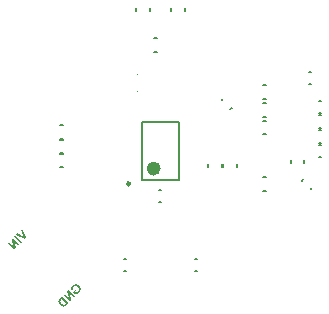
<source format=gbo>
G04*
G04 #@! TF.GenerationSoftware,Altium Limited,Altium Designer,25.1.2 (22)*
G04*
G04 Layer_Color=12040119*
%FSLAX43Y43*%
%MOMM*%
G71*
G04*
G04 #@! TF.SameCoordinates,5C5EE618-6C2C-4297-BA5D-AA3BB8D6849B*
G04*
G04*
G04 #@! TF.FilePolarity,Positive*
G04*
G01*
G75*
%ADD10C,0.250*%
%ADD11C,0.600*%
%ADD12C,0.100*%
%ADD13C,0.150*%
G36*
X-11369Y-7305D02*
X-11487Y-7423D01*
X-12222Y-7074D01*
X-12106Y-6958D01*
X-11573Y-7227D01*
X-11836Y-6688D01*
X-11718Y-6570D01*
X-11369Y-7305D01*
D02*
G37*
G36*
X-11732Y-7668D02*
X-11842Y-7778D01*
X-12384Y-7236D01*
X-12274Y-7126D01*
X-11732Y-7668D01*
D02*
G37*
G36*
X-11947Y-7883D02*
X-12048Y-7984D01*
X-12403Y-7630D01*
X-12267Y-8203D01*
X-12377Y-8313D01*
X-12919Y-7771D01*
X-12817Y-7670D01*
X-12454Y-8033D01*
X-12595Y-7447D01*
X-12489Y-7341D01*
X-11947Y-7883D01*
D02*
G37*
G36*
X-7150Y-11275D02*
X-7135Y-11276D01*
X-7122Y-11278D01*
X-7109Y-11279D01*
X-7098Y-11281D01*
X-7089Y-11283D01*
X-7082Y-11285D01*
X-7076Y-11286D01*
X-7073Y-11287D01*
X-7071Y-11287D01*
X-7053Y-11293D01*
X-7034Y-11301D01*
X-7017Y-11309D01*
X-7000Y-11318D01*
X-6984Y-11327D01*
X-6969Y-11337D01*
X-6954Y-11346D01*
X-6941Y-11356D01*
X-6929Y-11365D01*
X-6918Y-11374D01*
X-6909Y-11382D01*
X-6900Y-11388D01*
X-6895Y-11394D01*
X-6892Y-11396D01*
X-6890Y-11398D01*
X-6888Y-11400D01*
X-6887Y-11401D01*
X-6886Y-11402D01*
X-6886Y-11402D01*
X-6872Y-11417D01*
X-6859Y-11432D01*
X-6847Y-11448D01*
X-6835Y-11463D01*
X-6825Y-11478D01*
X-6816Y-11492D01*
X-6808Y-11506D01*
X-6801Y-11520D01*
X-6794Y-11532D01*
X-6788Y-11543D01*
X-6784Y-11553D01*
X-6780Y-11561D01*
X-6777Y-11569D01*
X-6775Y-11574D01*
X-6774Y-11577D01*
X-6773Y-11578D01*
X-6767Y-11597D01*
X-6763Y-11615D01*
X-6759Y-11633D01*
X-6757Y-11650D01*
X-6756Y-11667D01*
X-6756Y-11684D01*
X-6756Y-11699D01*
X-6757Y-11713D01*
X-6758Y-11727D01*
X-6759Y-11738D01*
X-6761Y-11749D01*
X-6763Y-11758D01*
X-6764Y-11765D01*
X-6765Y-11771D01*
X-6766Y-11774D01*
X-6766Y-11775D01*
X-6772Y-11793D01*
X-6779Y-11811D01*
X-6787Y-11828D01*
X-6795Y-11846D01*
X-6805Y-11861D01*
X-6814Y-11877D01*
X-6823Y-11891D01*
X-6833Y-11904D01*
X-6842Y-11916D01*
X-6851Y-11927D01*
X-6859Y-11936D01*
X-6865Y-11944D01*
X-6871Y-11950D01*
X-6873Y-11953D01*
X-6879Y-11959D01*
X-6892Y-11971D01*
X-6905Y-11983D01*
X-6918Y-11994D01*
X-6932Y-12004D01*
X-6945Y-12013D01*
X-6958Y-12022D01*
X-6970Y-12030D01*
X-6983Y-12038D01*
X-6994Y-12044D01*
X-7004Y-12049D01*
X-7013Y-12054D01*
X-7021Y-12058D01*
X-7027Y-12062D01*
X-7032Y-12064D01*
X-7035Y-12065D01*
X-7036Y-12066D01*
X-7052Y-12073D01*
X-7069Y-12079D01*
X-7084Y-12085D01*
X-7099Y-12089D01*
X-7113Y-12093D01*
X-7126Y-12096D01*
X-7138Y-12099D01*
X-7149Y-12101D01*
X-7159Y-12103D01*
X-7168Y-12104D01*
X-7176Y-12106D01*
X-7183Y-12106D01*
X-7188Y-12106D01*
X-7191Y-12107D01*
X-7194D01*
X-7411Y-11891D01*
X-7175Y-11655D01*
X-7083Y-11747D01*
X-7209Y-11872D01*
X-7140Y-11941D01*
X-7123Y-11938D01*
X-7106Y-11934D01*
X-7091Y-11930D01*
X-7077Y-11925D01*
X-7071Y-11923D01*
X-7065Y-11921D01*
X-7060Y-11919D01*
X-7056Y-11917D01*
X-7052Y-11916D01*
X-7050Y-11915D01*
X-7048Y-11914D01*
X-7048Y-11914D01*
X-7030Y-11905D01*
X-7014Y-11896D01*
X-7001Y-11887D01*
X-6994Y-11883D01*
X-6988Y-11878D01*
X-6983Y-11874D01*
X-6979Y-11870D01*
X-6975Y-11867D01*
X-6972Y-11864D01*
X-6969Y-11862D01*
X-6965Y-11858D01*
X-6953Y-11845D01*
X-6943Y-11832D01*
X-6934Y-11818D01*
X-6926Y-11804D01*
X-6920Y-11790D01*
X-6914Y-11777D01*
X-6911Y-11764D01*
X-6907Y-11752D01*
X-6905Y-11741D01*
X-6903Y-11730D01*
X-6902Y-11721D01*
X-6902Y-11713D01*
X-6901Y-11706D01*
Y-11702D01*
Y-11698D01*
Y-11698D01*
X-6903Y-11681D01*
X-6907Y-11664D01*
X-6913Y-11646D01*
X-6920Y-11630D01*
X-6927Y-11614D01*
X-6936Y-11599D01*
X-6945Y-11584D01*
X-6954Y-11570D01*
X-6963Y-11557D01*
X-6972Y-11546D01*
X-6980Y-11536D01*
X-6988Y-11527D01*
X-6991Y-11523D01*
X-6994Y-11520D01*
X-6996Y-11517D01*
X-6999Y-11515D01*
X-7001Y-11513D01*
X-7002Y-11512D01*
X-7003Y-11511D01*
X-7003Y-11511D01*
X-7019Y-11495D01*
X-7036Y-11481D01*
X-7052Y-11469D01*
X-7068Y-11458D01*
X-7084Y-11449D01*
X-7098Y-11442D01*
X-7112Y-11436D01*
X-7125Y-11431D01*
X-7137Y-11427D01*
X-7147Y-11424D01*
X-7157Y-11422D01*
X-7165Y-11420D01*
X-7171Y-11419D01*
X-7176Y-11418D01*
X-7196D01*
X-7212Y-11420D01*
X-7227Y-11423D01*
X-7242Y-11427D01*
X-7256Y-11432D01*
X-7269Y-11439D01*
X-7281Y-11444D01*
X-7293Y-11451D01*
X-7303Y-11458D01*
X-7312Y-11464D01*
X-7320Y-11470D01*
X-7327Y-11475D01*
X-7332Y-11480D01*
X-7337Y-11483D01*
X-7340Y-11486D01*
X-7348Y-11495D01*
X-7355Y-11504D01*
X-7362Y-11514D01*
X-7368Y-11522D01*
X-7373Y-11531D01*
X-7378Y-11540D01*
X-7382Y-11547D01*
X-7385Y-11555D01*
X-7387Y-11562D01*
X-7390Y-11568D01*
X-7392Y-11574D01*
X-7393Y-11579D01*
X-7394Y-11583D01*
X-7395Y-11586D01*
X-7395Y-11588D01*
Y-11588D01*
X-7396Y-11599D01*
Y-11609D01*
X-7396Y-11619D01*
X-7396Y-11628D01*
X-7395Y-11637D01*
X-7393Y-11646D01*
X-7391Y-11655D01*
X-7389Y-11662D01*
X-7386Y-11669D01*
X-7384Y-11675D01*
X-7382Y-11681D01*
X-7380Y-11686D01*
X-7378Y-11689D01*
X-7377Y-11693D01*
X-7376Y-11694D01*
X-7376Y-11695D01*
X-7505Y-11783D01*
X-7515Y-11765D01*
X-7523Y-11749D01*
X-7530Y-11731D01*
X-7536Y-11715D01*
X-7540Y-11698D01*
X-7544Y-11682D01*
X-7546Y-11668D01*
X-7548Y-11654D01*
X-7549Y-11641D01*
X-7550Y-11629D01*
Y-11619D01*
X-7549Y-11610D01*
Y-11603D01*
X-7548Y-11597D01*
Y-11594D01*
X-7548Y-11593D01*
X-7544Y-11574D01*
X-7539Y-11556D01*
X-7532Y-11537D01*
X-7524Y-11520D01*
X-7516Y-11502D01*
X-7505Y-11486D01*
X-7496Y-11470D01*
X-7485Y-11456D01*
X-7476Y-11442D01*
X-7466Y-11430D01*
X-7457Y-11419D01*
X-7449Y-11410D01*
X-7446Y-11406D01*
X-7443Y-11403D01*
X-7440Y-11399D01*
X-7433Y-11393D01*
X-7419Y-11379D01*
X-7404Y-11366D01*
X-7390Y-11354D01*
X-7376Y-11344D01*
X-7362Y-11334D01*
X-7349Y-11326D01*
X-7337Y-11318D01*
X-7326Y-11312D01*
X-7315Y-11307D01*
X-7306Y-11302D01*
X-7297Y-11298D01*
X-7290Y-11295D01*
X-7284Y-11293D01*
X-7280Y-11291D01*
X-7277Y-11290D01*
X-7276Y-11290D01*
X-7257Y-11284D01*
X-7238Y-11280D01*
X-7219Y-11277D01*
X-7201Y-11275D01*
X-7183Y-11274D01*
X-7166D01*
X-7150Y-11275D01*
D02*
G37*
G36*
X-7222Y-12283D02*
X-7323Y-12384D01*
X-7678Y-12030D01*
X-7542Y-12603D01*
X-7652Y-12713D01*
X-8194Y-12171D01*
X-8092Y-12070D01*
X-7729Y-12433D01*
X-7870Y-11847D01*
X-7764Y-11741D01*
X-7222Y-12283D01*
D02*
G37*
G36*
X-7767Y-12828D02*
X-7984Y-13045D01*
X-7995Y-13055D01*
X-8005Y-13064D01*
X-8016Y-13073D01*
X-8025Y-13081D01*
X-8034Y-13088D01*
X-8042Y-13094D01*
X-8050Y-13099D01*
X-8057Y-13104D01*
X-8063Y-13108D01*
X-8068Y-13112D01*
X-8073Y-13115D01*
X-8076Y-13117D01*
X-8079Y-13119D01*
X-8081Y-13119D01*
X-8081Y-13120D01*
X-8093Y-13126D01*
X-8105Y-13131D01*
X-8116Y-13135D01*
X-8127Y-13139D01*
X-8137Y-13142D01*
X-8147Y-13145D01*
X-8156Y-13147D01*
X-8165Y-13149D01*
X-8173Y-13150D01*
X-8180Y-13151D01*
X-8186Y-13152D01*
X-8191Y-13153D01*
X-8195D01*
X-8199Y-13153D01*
X-8215D01*
X-8229Y-13152D01*
X-8243Y-13150D01*
X-8257Y-13148D01*
X-8270Y-13145D01*
X-8283Y-13142D01*
X-8295Y-13138D01*
X-8306Y-13135D01*
X-8317Y-13131D01*
X-8326Y-13128D01*
X-8334Y-13124D01*
X-8341Y-13121D01*
X-8347Y-13119D01*
X-8351Y-13117D01*
X-8354Y-13116D01*
X-8355Y-13115D01*
X-8367Y-13109D01*
X-8379Y-13102D01*
X-8403Y-13087D01*
X-8425Y-13071D01*
X-8436Y-13062D01*
X-8445Y-13055D01*
X-8454Y-13047D01*
X-8462Y-13040D01*
X-8470Y-13034D01*
X-8475Y-13028D01*
X-8480Y-13024D01*
X-8484Y-13020D01*
X-8486Y-13018D01*
X-8487Y-13017D01*
X-8501Y-13003D01*
X-8514Y-12989D01*
X-8526Y-12975D01*
X-8536Y-12962D01*
X-8546Y-12949D01*
X-8555Y-12937D01*
X-8563Y-12926D01*
X-8571Y-12915D01*
X-8577Y-12906D01*
X-8582Y-12897D01*
X-8587Y-12890D01*
X-8590Y-12883D01*
X-8593Y-12878D01*
X-8595Y-12874D01*
X-8597Y-12872D01*
Y-12871D01*
X-8603Y-12858D01*
X-8608Y-12845D01*
X-8613Y-12832D01*
X-8617Y-12820D01*
X-8620Y-12808D01*
X-8623Y-12796D01*
X-8626Y-12786D01*
X-8628Y-12775D01*
X-8629Y-12766D01*
X-8631Y-12758D01*
X-8632Y-12750D01*
X-8632Y-12744D01*
X-8633Y-12738D01*
X-8633Y-12735D01*
Y-12733D01*
Y-12732D01*
Y-12718D01*
X-8632Y-12706D01*
X-8631Y-12693D01*
X-8629Y-12682D01*
X-8626Y-12670D01*
X-8624Y-12659D01*
X-8621Y-12649D01*
X-8618Y-12639D01*
X-8615Y-12631D01*
X-8612Y-12623D01*
X-8609Y-12616D01*
X-8606Y-12610D01*
X-8604Y-12606D01*
X-8602Y-12603D01*
X-8602Y-12600D01*
X-8601Y-12600D01*
X-8596Y-12591D01*
X-8590Y-12582D01*
X-8584Y-12572D01*
X-8577Y-12563D01*
X-8561Y-12544D01*
X-8553Y-12535D01*
X-8546Y-12526D01*
X-8539Y-12518D01*
X-8532Y-12510D01*
X-8525Y-12503D01*
X-8520Y-12497D01*
X-8309Y-12287D01*
X-7767Y-12828D01*
D02*
G37*
%LPC*%
G36*
X-8327Y-12487D02*
X-8388Y-12549D01*
X-8398Y-12560D01*
X-8409Y-12570D01*
X-8417Y-12579D01*
X-8425Y-12588D01*
X-8432Y-12596D01*
X-8438Y-12603D01*
X-8443Y-12609D01*
X-8448Y-12615D01*
X-8451Y-12619D01*
X-8454Y-12623D01*
X-8456Y-12626D01*
X-8458Y-12629D01*
X-8460Y-12630D01*
X-8460Y-12632D01*
X-8460Y-12632D01*
X-8468Y-12646D01*
X-8475Y-12660D01*
X-8479Y-12673D01*
X-8482Y-12684D01*
X-8484Y-12694D01*
X-8485Y-12698D01*
X-8485Y-12702D01*
X-8486Y-12704D01*
Y-12707D01*
Y-12707D01*
Y-12708D01*
X-8485Y-12723D01*
X-8483Y-12738D01*
X-8479Y-12751D01*
X-8476Y-12765D01*
X-8471Y-12775D01*
X-8469Y-12780D01*
X-8468Y-12784D01*
X-8466Y-12787D01*
X-8465Y-12790D01*
X-8465Y-12791D01*
X-8464Y-12792D01*
X-8460Y-12800D01*
X-8454Y-12809D01*
X-8448Y-12818D01*
X-8441Y-12828D01*
X-8427Y-12846D01*
X-8420Y-12854D01*
X-8413Y-12862D01*
X-8407Y-12870D01*
X-8400Y-12877D01*
X-8395Y-12883D01*
X-8389Y-12889D01*
X-8385Y-12893D01*
X-8382Y-12897D01*
X-8380Y-12899D01*
X-8379Y-12899D01*
X-8368Y-12911D01*
X-8357Y-12921D01*
X-8346Y-12931D01*
X-8336Y-12940D01*
X-8326Y-12948D01*
X-8317Y-12955D01*
X-8308Y-12961D01*
X-8301Y-12967D01*
X-8293Y-12972D01*
X-8287Y-12976D01*
X-8282Y-12980D01*
X-8277Y-12982D01*
X-8274Y-12984D01*
X-8271Y-12986D01*
X-8269Y-12987D01*
X-8269Y-12987D01*
X-8260Y-12992D01*
X-8252Y-12995D01*
X-8244Y-12999D01*
X-8236Y-13002D01*
X-8229Y-13004D01*
X-8223Y-13006D01*
X-8216Y-13007D01*
X-8210Y-13009D01*
X-8205Y-13010D01*
X-8201Y-13010D01*
X-8197Y-13011D01*
X-8194Y-13011D01*
X-8188D01*
X-8175Y-13009D01*
X-8163Y-13007D01*
X-8152Y-13003D01*
X-8142Y-12999D01*
X-8134Y-12995D01*
X-8130Y-12994D01*
X-8127Y-12992D01*
X-8125Y-12991D01*
X-8123Y-12990D01*
X-8122Y-12989D01*
X-8121Y-12989D01*
X-8117Y-12986D01*
X-8111Y-12982D01*
X-8100Y-12973D01*
X-8088Y-12963D01*
X-8076Y-12953D01*
X-8071Y-12948D01*
X-8066Y-12943D01*
X-8061Y-12939D01*
X-7968Y-12846D01*
X-8327Y-12487D01*
D02*
G37*
%LPD*%
D10*
X-2575Y-2755D02*
G03*
X-2575Y-2755I-125J0D01*
G01*
D11*
X-275Y-1475D02*
G03*
X-275Y-1475I-300J0D01*
G01*
D12*
X-1950Y6475D02*
G03*
X-1950Y6475I-50J0D01*
G01*
Y5075D02*
G03*
X-1950Y5075I-50J0D01*
G01*
X1649Y-6237D02*
G03*
X1649Y-6237I-49J0D01*
G01*
X-4351Y-6237D02*
G03*
X-4351Y-6237I-49J0D01*
G01*
D13*
X8680Y-3382D02*
X8920D01*
X8680Y-2218D02*
X8920D01*
X12618Y6720D02*
X12782D01*
X12618Y5680D02*
X12782D01*
X12182Y-1020D02*
Y-780D01*
X11018Y-1020D02*
Y-780D01*
X13418Y-520D02*
X13582Y-520D01*
X13418Y520D02*
X13582Y520D01*
X11974Y-2490D02*
X12090Y-2374D01*
X12710Y-3226D02*
X12826Y-3110D01*
X5910Y3574D02*
X6026Y3690D01*
X5174Y4310D02*
X5290Y4426D01*
X13418Y4270D02*
X13582Y4270D01*
X13418Y3230D02*
X13582Y3230D01*
X-918Y11880D02*
Y12120D01*
X-2082Y11880D02*
Y12120D01*
X2082Y11880D02*
Y12120D01*
X918Y11880D02*
Y12120D01*
X5182Y-1320D02*
Y-1080D01*
X4018Y-1320D02*
Y-1080D01*
X6482Y-1080D02*
X6482Y-1320D01*
X5318Y-1320D02*
X5318Y-1080D01*
X13418Y3020D02*
X13582Y3020D01*
X13418Y1980D02*
X13582D01*
X-520Y8418D02*
X-280D01*
X-520Y9582D02*
X-280D01*
X13418Y1770D02*
X13582Y1770D01*
X13418Y730D02*
X13582D01*
X8680Y2918D02*
X8920D01*
X8680Y4082D02*
X8920D01*
X8680Y4418D02*
X8920D01*
X8680Y5582D02*
X8920D01*
X-8520Y-218D02*
X-8280D01*
X-8520Y-1382D02*
X-8280Y-1382D01*
X-8520Y982D02*
X-8280D01*
X-8520Y-182D02*
X-8280D01*
X-8520Y2182D02*
X-8280D01*
X-8520Y1018D02*
X-8280D01*
X8680Y1418D02*
X8920D01*
X8680Y2582D02*
X8920D01*
X-82Y-3290D02*
X82Y-3290D01*
X-82Y-4330D02*
X82Y-4330D01*
X-3082Y-9117D02*
X-2918D01*
X-3082Y-10157D02*
X-2918Y-10157D01*
X2918Y-9117D02*
X3082Y-9117D01*
X2918Y-10157D02*
X3082Y-10157D01*
X-1550Y-2450D02*
Y2450D01*
X1550Y-2450D02*
Y2450D01*
X-1550Y-2450D02*
X1550D01*
X-1550Y2450D02*
X1550D01*
M02*

</source>
